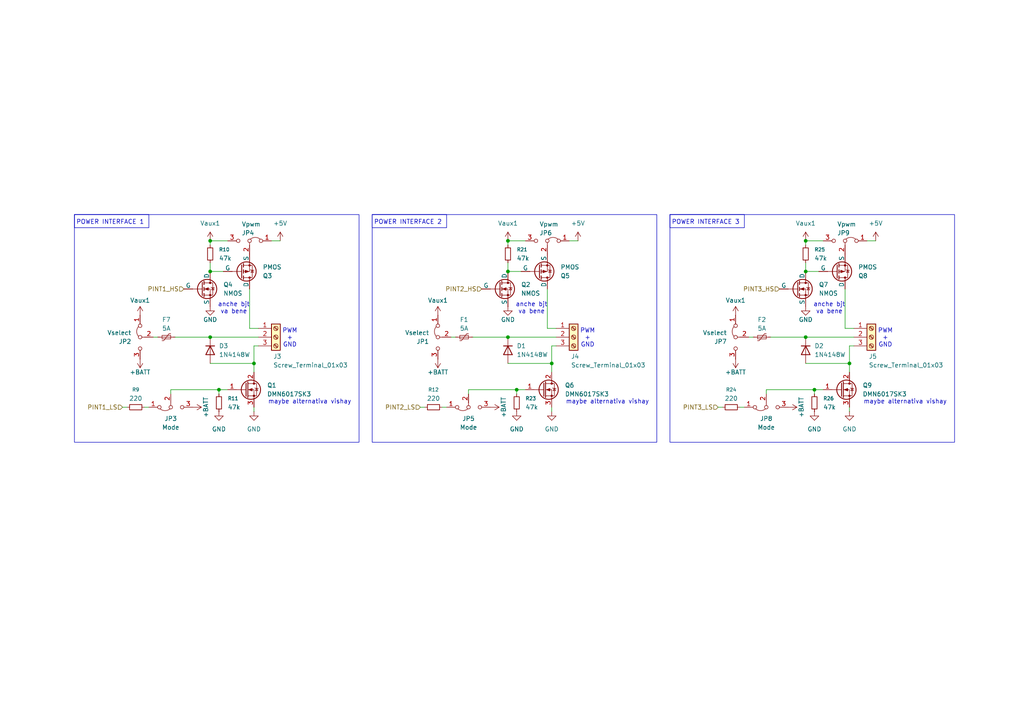
<source format=kicad_sch>
(kicad_sch (version 20250114) (generator "eeschema") (generator_version "9.0")
  (paper "A4")
  (title_block (title "Modulo Attuazione") (date "2025-11-28") (company "StarPi"))
  (lib_symbols
    (symbol "Connector:Screw_Terminal_01x03" (pin_names (offset 1.016) (hide yes))
      (property "Reference" "J" (at 0 5.08 0))
      (property "Value" "Screw_Terminal_01x03" (at 0 -5.08 0))
      (symbol "Screw_Terminal_01x03_1_1"
        (rectangle (start -1.27 3.81) (end 1.27 -3.81) (stroke (width 0.254)) (fill (type background)))
        (polyline (pts (xy -0.5334 2.8702) (xy 0.3302 2.032)) (stroke (width 0.1524)))
        (polyline (pts (xy -0.5334 0.3302) (xy 0.3302 -0.508)) (stroke (width 0.1524)))
        (polyline (pts (xy -0.5334 -2.2098) (xy 0.3302 -3.048)) (stroke (width 0.1524)))
        (polyline (pts (xy -0.3556 3.048) (xy 0.508 2.2098)) (stroke (width 0.1524)))
        (polyline (pts (xy -0.3556 0.508) (xy 0.508 -0.3302)) (stroke (width 0.1524)))
        (polyline (pts (xy -0.3556 -2.032) (xy 0.508 -2.8702)) (stroke (width 0.1524)))
        (circle (center 0 2.54) (radius 0.635) (stroke (width 0.1524)))
        (circle (center 0 0) (radius 0.635) (stroke (width 0.1524)))
        (circle (center 0 -2.54) (radius 0.635) (stroke (width 0.1524)))
        (pin passive line (at -5.08 2.54 0) (length 3.81) (name "Pin_1") (number "1"))
        (pin passive line (at -5.08 0 0) (length 3.81) (name "Pin_2") (number "2"))
        (pin passive line (at -5.08 -2.54 0) (length 3.81) (name "Pin_3") (number "3"))
      )
    )
    (symbol "Device:Polyfuse_Small" (pin_numbers (hide yes)) (pin_names (offset 0))
      (property "Reference" "F" (at -1.905 0 90))
      (property "Value" "Polyfuse_Small" (at 1.905 0 90))
      (symbol "Polyfuse_Small_0_1"
        (polyline (pts (xy -1.016 1.27) (xy -1.016 0.762) (xy 1.016 -0.762) (xy 1.016 -1.27)))
        (rectangle (start -0.508 1.27) (end 0.508 -1.27))
        (polyline (pts (xy 0 2.54) (xy 0 -2.54)))
      )
      (symbol "Polyfuse_Small_1_1"
        (pin passive line (at 0 2.54 270) (length 0.635) (name "~") (number "1"))
        (pin passive line (at 0 -2.54 90) (length 0.635) (name "~") (number "2"))
      )
    )
    (symbol "Device:R_Small" (pin_numbers (hide yes)) (pin_names (offset 0.254) (hide yes))
      (property "Reference" "R" (at 0 0 90))
      (property "Value" "R_Small" (at 1.778 0 90))
      (symbol "R_Small_0_1"
        (rectangle (start -0.762 1.778) (end 0.762 -1.778) (stroke (width 0.2032)))
      )
      (symbol "R_Small_1_1"
        (pin passive line (at 0 2.54 270) (length 0.762) (name "~") (number "1"))
        (pin passive line (at 0 -2.54 90) (length 0.762) (name "~") (number "2"))
      )
    )
    (symbol "Diode:1N4148W" (pin_numbers (hide yes)) (pin_names (hide yes))
      (property "Reference" "D" (at 0 2.54 0))
      (property "Value" "1N4148W" (at 0 -2.54 0))
      (symbol "1N4148W_0_1"
        (polyline (pts (xy -1.27 1.27) (xy -1.27 -1.27)) (stroke (width 0.254)))
        (polyline (pts (xy 1.27 1.27) (xy 1.27 -1.27) (xy -1.27 0) (xy 1.27 1.27)) (stroke (width 0.254)))
        (polyline (pts (xy 1.27 0) (xy -1.27 0)))
      )
      (symbol "1N4148W_1_1"
        (pin passive line (at -3.81 0 0) (length 2.54) (name "K") (number "1"))
        (pin passive line (at 3.81 0 180) (length 2.54) (name "A") (number "2"))
      )
    )
    (symbol "Jumper:Jumper_3_Bridged12" (pin_names (offset 0) (hide yes)) (in_bom no)
      (property "Reference" "JP" (at -2.54 -2.54 0))
      (property "Value" "Jumper_3_Bridged12" (at 0 2.794 0))
      (symbol "Jumper_3_Bridged12_0_0"
        (circle (center -3.302 0) (radius 0.508))
        (circle (center 0 0) (radius 0.508))
        (circle (center 3.302 0) (radius 0.508))
      )
      (symbol "Jumper_3_Bridged12_0_1"
        (arc (start -3.048 0.508) (mid -1.651 0.9912) (end -0.254 0.508))
        (polyline (pts (xy 0 -1.27) (xy 0 -0.508)))
      )
      (symbol "Jumper_3_Bridged12_1_1"
        (pin passive line (at -6.35 0 0) (length 2.54) (name "A") (number "1"))
        (pin passive line (at 0 -3.81 90) (length 2.54) (name "C") (number "2"))
        (pin passive line (at 6.35 0 180) (length 2.54) (name "B") (number "3"))
      )
    )
    (symbol "Simulation_SPICE:NMOS" (pin_numbers (hide yes)) (pin_names (offset 0))
      (property "Reference" "Q" (at 5.08 1.27 0))
      (property "Value" "NMOS" (at 5.08 -1.27 0))
      (symbol "NMOS_0_1"
        (polyline (pts (xy 0.254 1.905) (xy 0.254 -1.905)) (stroke (width 0.254)))
        (polyline (pts (xy 0.254 0) (xy -2.54 0)))
        (polyline (pts (xy 0.762 2.286) (xy 0.762 1.27)) (stroke (width 0.254)))
        (polyline (pts (xy 0.762 0.508) (xy 0.762 -0.508)) (stroke (width 0.254)))
        (polyline (pts (xy 0.762 -1.27) (xy 0.762 -2.286)) (stroke (width 0.254)))
        (polyline (pts (xy 0.762 -1.778) (xy 3.302 -1.778) (xy 3.302 1.778) (xy 0.762 1.778)))
        (polyline (pts (xy 1.016 0) (xy 2.032 0.381) (xy 2.032 -0.381) (xy 1.016 0)) (fill (type outline)))
        (circle (center 1.651 0) (radius 2.794) (stroke (width 0.254)))
        (polyline (pts (xy 2.54 2.54) (xy 2.54 1.778)))
        (circle (center 2.54 1.778) (radius 0.254) (fill (type outline)))
        (circle (center 2.54 -1.778) (radius 0.254) (fill (type outline)))
        (polyline (pts (xy 2.54 -2.54) (xy 2.54 0) (xy 0.762 0)))
        (polyline (pts (xy 2.794 0.508) (xy 2.921 0.381) (xy 3.683 0.381) (xy 3.81 0.254)))
        (polyline (pts (xy 3.302 0.381) (xy 2.921 -0.254) (xy 3.683 -0.254) (xy 3.302 0.381)))
      )
      (symbol "NMOS_1_1"
        (pin input line (at -5.08 0 0) (length 2.54) (name "G") (number "2"))
        (pin passive line (at 2.54 5.08 270) (length 2.54) (name "D") (number "1"))
        (pin passive line (at 2.54 -5.08 90) (length 2.54) (name "S") (number "3"))
      )
    )
    (symbol "Simulation_SPICE:PMOS" (pin_numbers (hide yes)) (pin_names (offset 0))
      (property "Reference" "Q" (at 5.08 1.27 0))
      (property "Value" "PMOS" (at 5.08 -1.27 0))
      (symbol "PMOS_0_1"
        (polyline (pts (xy 0.254 1.905) (xy 0.254 -1.905)) (stroke (width 0.254)))
        (polyline (pts (xy 0.254 0) (xy -2.54 0)))
        (polyline (pts (xy 0.762 2.286) (xy 0.762 1.27)) (stroke (width 0.254)))
        (polyline (pts (xy 0.762 1.778) (xy 3.302 1.778) (xy 3.302 -1.778) (xy 0.762 -1.778)))
        (polyline (pts (xy 0.762 0.508) (xy 0.762 -0.508)) (stroke (width 0.254)))
        (polyline (pts (xy 0.762 -1.27) (xy 0.762 -2.286)) (stroke (width 0.254)))
        (circle (center 1.651 0) (radius 2.794) (stroke (width 0.254)))
        (polyline (pts (xy 2.286 0) (xy 1.27 0.381) (xy 1.27 -0.381) (xy 2.286 0)) (fill (type outline)))
        (polyline (pts (xy 2.54 2.54) (xy 2.54 1.778)))
        (circle (center 2.54 1.778) (radius 0.254) (fill (type outline)))
        (circle (center 2.54 -1.778) (radius 0.254) (fill (type outline)))
        (polyline (pts (xy 2.54 -2.54) (xy 2.54 0) (xy 0.762 0)))
        (polyline (pts (xy 2.794 -0.508) (xy 2.921 -0.381) (xy 3.683 -0.381) (xy 3.81 -0.254)))
        (polyline (pts (xy 3.302 -0.381) (xy 2.921 0.254) (xy 3.683 0.254) (xy 3.302 -0.381)))
      )
      (symbol "PMOS_1_1"
        (pin input line (at -5.08 0 0) (length 2.54) (name "G") (number "2"))
        (pin passive line (at 2.54 5.08 270) (length 2.54) (name "D") (number "1"))
        (pin passive line (at 2.54 -5.08 90) (length 2.54) (name "S") (number "3"))
      )
    )
    (symbol "Transistor_FET_Other:Q_NMOS_Depletion_GDS" (pin_names (offset 0) (hide yes))
      (property "Reference" "Q" (at 5.08 1.905 0))
      (property "Value" "Q_NMOS_Depletion_GDS" (at 5.08 0 0))
      (symbol "Q_NMOS_Depletion_GDS_0_1"
        (polyline (pts (xy 0.254 1.905) (xy 0.254 -1.905)) (stroke (width 0.254)))
        (polyline (pts (xy 0.254 0) (xy -2.54 0)))
        (polyline (pts (xy 0.762 2.286) (xy 0.762 -2.286)) (stroke (width 0.254)))
        (polyline (pts (xy 0.762 -1.778) (xy 3.302 -1.778) (xy 3.302 1.778) (xy 0.762 1.778)))
        (polyline (pts (xy 1.016 0) (xy 2.032 0.381) (xy 2.032 -0.381) (xy 1.016 0)) (fill (type outline)))
        (circle (center 1.651 0) (radius 2.794) (stroke (width 0.254)))
        (polyline (pts (xy 2.54 2.54) (xy 2.54 1.778)))
        (circle (center 2.54 1.778) (radius 0.254) (fill (type outline)))
        (circle (center 2.54 -1.778) (radius 0.254) (fill (type outline)))
        (polyline (pts (xy 2.54 -2.54) (xy 2.54 0) (xy 0.762 0)))
        (polyline (pts (xy 2.794 0.508) (xy 2.921 0.381) (xy 3.683 0.381) (xy 3.81 0.254)))
        (polyline (pts (xy 3.302 0.381) (xy 2.921 -0.254) (xy 3.683 -0.254) (xy 3.302 0.381)))
      )
      (symbol "Q_NMOS_Depletion_GDS_1_1"
        (pin input line (at -5.08 0 0) (length 2.54) (name "G") (number "1"))
        (pin passive line (at 2.54 5.08 270) (length 2.54) (name "D") (number "2"))
        (pin passive line (at 2.54 -5.08 90) (length 2.54) (name "S") (number "3"))
      )
    )
    (symbol "power:+5V" (power) (pin_numbers (hide yes)) (pin_names (offset 0) (hide yes))
      (property "Value" "+5V" (at 0 3.556 0))
      (symbol "+5V_0_1"
        (polyline (pts (xy -0.762 1.27) (xy 0 2.54)))
        (polyline (pts (xy 0 2.54) (xy 0.762 1.27)))
        (polyline (pts (xy 0 0) (xy 0 2.54)))
      )
      (symbol "+5V_1_1"
        (pin power_in line (at 0 0 90) (length 0) (name "~") (number "1"))
      )
    )
    (symbol "power:+9V" (power) (pin_numbers (hide yes)) (pin_names (offset 0) (hide yes))
      (property "Value" "+9V" (at 0 3.556 0))
      (symbol "+9V_0_1"
        (polyline (pts (xy -0.762 1.27) (xy 0 2.54)))
        (polyline (pts (xy 0 2.54) (xy 0.762 1.27)))
        (polyline (pts (xy 0 0) (xy 0 2.54)))
      )
      (symbol "+9V_1_1"
        (pin power_in line (at 0 0 90) (length 0) (name "~") (number "1"))
      )
    )
    (symbol "power:+BATT" (power) (pin_numbers (hide yes)) (pin_names (offset 0) (hide yes))
      (property "Value" "+BATT" (at 0 3.556 0))
      (symbol "+BATT_0_1"
        (polyline (pts (xy -0.762 1.27) (xy 0 2.54)))
        (polyline (pts (xy 0 2.54) (xy 0.762 1.27)))
        (polyline (pts (xy 0 0) (xy 0 2.54)))
      )
      (symbol "+BATT_1_1"
        (pin power_in line (at 0 0 90) (length 0) (name "~") (number "1"))
      )
    )
    (symbol "power:GND" (power) (pin_numbers (hide yes)) (pin_names (offset 0) (hide yes))
      (property "Value" "GND" (at 0 -3.81 0))
      (symbol "GND_0_1"
        (polyline (pts (xy 0 0) (xy 0 -1.27) (xy 1.27 -1.27) (xy 0 -2.54) (xy -1.27 -1.27) (xy 0 -1.27)))
      )
      (symbol "GND_1_1"
        (pin power_in line (at 0 0 270) (length 0) (name "~") (number "1"))
      )
    )
  )
  (rectangle (start 21.59 62.23) (end 43.18 66.04))
  (rectangle (start 194.31 62.23) (end 215.9 66.04))
  (rectangle (start 107.95 62.23) (end 129.54 66.04))
  (rectangle (start 194.31 62.23) (end 276.86 128.27))
  (rectangle (start 107.95 62.23) (end 190.5 128.27))
  (rectangle (start 21.59 62.23) (end 104.14 128.27))
  (text "maybe alternativa vishay" (at 77.724 116.586 0) (effects (font (size 1.27 1.27)) (justify left)))
  (text "maybe alternativa vishay" (at 164.084 116.586 0) (effects (font (size 1.27 1.27)) (justify left)))
  (text "anche bjt\nva bene" (at 240.538 89.408 0) (effects (font (size 1.27 1.27))))
  (text "PWM\n+\nGND" (at 256.794 98.044 0) (effects (font (size 1.27 1.27))))
  (text "anche bjt\nva bene" (at 154.178 89.408 0) (effects (font (size 1.27 1.27))))
  (text "POWER INTERFACE 2" (at 108.458 64.516 0) (effects (font (size 1.27 1.27)) (justify left)))
  (text "POWER INTERFACE 3" (at 194.818 64.516 0) (effects (font (size 1.27 1.27)) (justify left)))
  (text "PWM\n+\nGND" (at 84.074 98.044 0) (effects (font (size 1.27 1.27))))
  (text "POWER INTERFACE 1" (at 22.098 64.516 0) (effects (font (size 1.27 1.27)) (justify left)))
  (text "anche bjt\nva bene" (at 67.818 89.408 0) (effects (font (size 1.27 1.27))))
  (text "maybe alternativa vishay" (at 250.444 116.586 0) (effects (font (size 1.27 1.27)) (justify left)))
  (text "PWM\n+\nGND" (at 170.434 98.044 0) (effects (font (size 1.27 1.27))))
  (junction (at 147.32 69.85))
  (junction (at 149.86 113.03))
  (junction (at 233.68 78.74))
  (junction (at 60.96 97.79))
  (junction (at 236.22 113.03))
  (junction (at 246.38 105.41))
  (junction (at 73.66 105.41))
  (junction (at 63.5 113.03))
  (junction (at 160.02 105.41))
  (junction (at 233.68 69.85))
  (junction (at 233.68 97.79))
  (junction (at 60.96 69.85))
  (junction (at 60.96 78.74))
  (junction (at 147.32 78.74))
  (junction (at 147.32 97.79))
  (wire (pts (xy 246.38 118.11) (xy 246.38 119.38)))
  (wire (pts (xy 158.75 83.82) (xy 158.75 95.25)))
  (wire (pts (xy 60.96 69.85) (xy 66.04 69.85)))
  (wire (pts (xy 137.16 97.79) (xy 147.32 97.79)))
  (wire (pts (xy 251.46 69.85) (xy 254 69.85)))
  (wire (pts (xy 72.39 95.25) (xy 74.93 95.25)))
  (wire (pts (xy 158.75 95.25) (xy 161.29 95.25)))
  (wire (pts (xy 149.86 113.03) (xy 152.4 113.03)))
  (wire (pts (xy 160.02 107.95) (xy 160.02 105.41)))
  (wire (pts (xy 222.25 113.03) (xy 236.22 113.03)))
  (wire (pts (xy 208.28 118.11) (xy 209.55 118.11)))
  (wire (pts (xy 135.89 114.3) (xy 135.89 113.03)))
  (wire (pts (xy 147.32 69.85) (xy 147.32 71.12)))
  (wire (pts (xy 236.22 114.3) (xy 236.22 113.03)))
  (wire (pts (xy 160.02 118.11) (xy 160.02 119.38)))
  (wire (pts (xy 237.49 78.74) (xy 233.68 78.74)))
  (wire (pts (xy 222.25 114.3) (xy 222.25 113.03)))
  (wire (pts (xy 151.13 78.74) (xy 147.32 78.74)))
  (wire (pts (xy 60.96 105.41) (xy 73.66 105.41)))
  (wire (pts (xy 63.5 113.03) (xy 66.04 113.03)))
  (wire (pts (xy 128.27 118.11) (xy 129.54 118.11)))
  (wire (pts (xy 78.74 69.85) (xy 81.28 69.85)))
  (wire (pts (xy 121.92 118.11) (xy 123.19 118.11)))
  (wire (pts (xy 149.86 114.3) (xy 149.86 113.03)))
  (wire (pts (xy 245.11 83.82) (xy 245.11 95.25)))
  (wire (pts (xy 165.1 69.85) (xy 167.64 69.85)))
  (wire (pts (xy 73.66 100.33) (xy 74.93 100.33)))
  (wire (pts (xy 50.8 97.79) (xy 60.96 97.79)))
  (wire (pts (xy 160.02 100.33) (xy 161.29 100.33)))
  (wire (pts (xy 60.96 76.2) (xy 60.96 78.74)))
  (wire (pts (xy 223.52 97.79) (xy 233.68 97.79)))
  (wire (pts (xy 233.68 97.79) (xy 247.65 97.79)))
  (wire (pts (xy 49.53 113.03) (xy 63.5 113.03)))
  (wire (pts (xy 147.32 76.2) (xy 147.32 78.74)))
  (wire (pts (xy 246.38 100.33) (xy 247.65 100.33)))
  (wire (pts (xy 73.66 118.11) (xy 73.66 119.38)))
  (wire (pts (xy 217.17 97.79) (xy 218.44 97.79)))
  (wire (pts (xy 60.96 97.79) (xy 74.93 97.79)))
  (wire (pts (xy 73.66 105.41) (xy 73.66 100.33)))
  (wire (pts (xy 135.89 113.03) (xy 149.86 113.03)))
  (wire (pts (xy 63.5 114.3) (xy 63.5 113.03)))
  (wire (pts (xy 130.81 97.79) (xy 132.08 97.79)))
  (wire (pts (xy 233.68 76.2) (xy 233.68 78.74)))
  (wire (pts (xy 214.63 118.11) (xy 215.9 118.11)))
  (wire (pts (xy 35.56 118.11) (xy 36.83 118.11)))
  (wire (pts (xy 147.32 105.41) (xy 160.02 105.41)))
  (wire (pts (xy 49.53 114.3) (xy 49.53 113.03)))
  (wire (pts (xy 245.11 95.25) (xy 247.65 95.25)))
  (wire (pts (xy 236.22 113.03) (xy 238.76 113.03)))
  (wire (pts (xy 64.77 78.74) (xy 60.96 78.74)))
  (wire (pts (xy 233.68 105.41) (xy 246.38 105.41)))
  (wire (pts (xy 147.32 69.85) (xy 152.4 69.85)))
  (wire (pts (xy 41.91 118.11) (xy 43.18 118.11)))
  (wire (pts (xy 60.96 69.85) (xy 60.96 71.12)))
  (wire (pts (xy 147.32 97.79) (xy 161.29 97.79)))
  (wire (pts (xy 44.45 97.79) (xy 45.72 97.79)))
  (wire (pts (xy 246.38 105.41) (xy 246.38 100.33)))
  (wire (pts (xy 73.66 107.95) (xy 73.66 105.41)))
  (wire (pts (xy 233.68 69.85) (xy 238.76 69.85)))
  (wire (pts (xy 246.38 107.95) (xy 246.38 105.41)))
  (wire (pts (xy 72.39 83.82) (xy 72.39 95.25)))
  (wire (pts (xy 160.02 105.41) (xy 160.02 100.33)))
  (wire (pts (xy 233.68 69.85) (xy 233.68 71.12)))
  (hierarchical_label "PINT2_HS" (shape input) (at 139.7 83.82 180))
  (hierarchical_label "PINT1_LS" (shape input) (at 35.56 118.11 180))
  (hierarchical_label "PINT3_HS" (shape input) (at 226.06 83.82 180))
  (hierarchical_label "PINT3_LS" (shape input) (at 208.28 118.11 180))
  (hierarchical_label "PINT2_LS" (shape input) (at 121.92 118.11 180))
  (hierarchical_label "PINT1_HS" (shape input) (at 53.34 83.82 180))
  (symbol (lib_id "Device:Polyfuse_Small") (at 220.98 97.79 90) (unit 1)
    (property "Reference" "F2" (at 220.98 92.71 90))
    (property "Value" "5A" (at 220.98 95.25 90))
    (property "Description" "Resettable fuse, polymeric positive temperature coefficient, small symbol" (effects (hide yes)))
  )
  (symbol (lib_id "Jumper:Jumper_3_Bridged12") (at 213.36 97.79 90) (mirror x) (unit 1) (in_bom no)
    (property "Reference" "JP7" (at 210.82 99.0601 90) (effects (justify left)))
    (property "Value" "Vselect" (at 210.82 96.5201 90) (effects (justify left)))
    (property "Description" "Jumper, 3-pole, pins 1+2 closed/bridged" (effects (hide yes)))
  )
  (symbol (lib_id "Jumper:Jumper_3_Bridged12") (at 135.89 118.11 0) (mirror x) (unit 1) (in_bom no)
    (property "Reference" "JP5" (at 135.89 121.412 0))
    (property "Value" "Mode" (at 135.89 123.952 0))
    (property "Description" "Jumper, 3-pole, pins 1+2 closed/bridged" (effects (hide yes)))
  )
  (symbol (lib_id "Device:R_Small") (at 236.22 116.84 180) (unit 1)
    (property "Reference" "R26" (at 238.76 115.5699 0) (effects (font (size 1.016 1.016)) (justify right)))
    (property "Value" "47k" (at 238.76 118.1099 0) (effects (justify right)))
    (property "Description" "Resistor, small symbol" (effects (hide yes)))
  )
  (symbol (lib_id "Diode:1N4148W") (at 60.96 101.6 270) (unit 1)
    (property "Reference" "D3" (at 63.5 100.3299 90) (effects (justify left)))
    (property "Value" "1N4148W" (at 63.5 102.8699 90) (effects (justify left)))
    (property "Footprint" "Diode_SMD:D_SOD-123" (effects (hide yes)))
    (property "Datasheet" "https://www.vishay.com/docs/85748/1n4148w.pdf" (effects (hide yes)))
    (property "Description" "75V 0.15A Fast Switching Diode, SOD-123" (effects (hide yes)))
    (property "Sim.Device" "D" (effects (hide yes)))
    (property "Sim.Pins" "1=K 2=A" (effects (hide yes)))
  )
  (symbol (lib_id "power:+BATT") (at 55.88 118.11 270) (unit 1)
    (property "Reference" "#PWR055" (effects (hide yes)))
    (property "Value" "+BATT" (at 59.69 118.11 0))
    (property "Description" "Power symbol creates a global label with name \"+BATT\"" (effects (hide yes)))
  )
  (symbol (lib_id "power:+5V") (at 81.28 69.85 0) (unit 1)
    (property "Reference" "#PWR057" (effects (hide yes)))
    (property "Value" "+5V" (at 81.28 64.77 0))
    (property "Description" "Power symbol creates a global label with name \"+5V\"" (effects (hide yes)))
  )
  (symbol (lib_id "Simulation_SPICE:PMOS") (at 156.21 78.74 0) (mirror x) (unit 1)
    (property "Reference" "Q5" (at 162.56 80.0101 0) (effects (justify left)))
    (property "Value" "PMOS" (at 162.56 77.4701 0) (effects (justify left)))
    (property "Datasheet" "https://ngspice.sourceforge.io/docs/ngspice-html-manual/manual.xhtml#cha_MOSFETs" (effects (hide yes)))
    (property "Description" "P-MOSFET transistor, drain/source/gate" (effects (hide yes)))
    (property "Sim.Device" "PMOS" (effects (hide yes)))
    (property "Sim.Type" "VDMOS" (effects (hide yes)))
    (property "Sim.Pins" "1=D 2=G 3=S" (effects (hide yes)))
  )
  (symbol (lib_id "Device:R_Small") (at 60.96 73.66 180) (unit 1)
    (property "Reference" "R10" (at 63.5 72.3899 0) (effects (font (size 1.016 1.016)) (justify right)))
    (property "Value" "47k" (at 63.5 74.9299 0) (effects (justify right)))
    (property "Description" "Resistor, small symbol" (effects (hide yes)))
  )
  (symbol (lib_id "Connector:Screw_Terminal_01x03") (at 80.01 97.79 0) (unit 1)
    (property "Reference" "J3" (at 79.248 103.378 0) (effects (justify left)))
    (property "Value" "Screw_Terminal_01x03" (at 79.248 105.918 0) (effects (justify left)))
    (property "Description" "Generic screw terminal, single row, 01x03, script generated (kicad-library-utils/schlib/autogen/connector/)" (effects (hide yes)))
  )
  (symbol (lib_id "power:GND") (at 246.38 119.38 0) (unit 1)
    (property "Reference" "#PWR060" (effects (hide yes)))
    (property "Value" "GND" (at 246.38 124.46 0))
    (property "Description" "Power symbol creates a global label with name \"GND\" , ground" (effects (hide yes)))
  )
  (symbol (lib_id "Jumper:Jumper_3_Bridged12") (at 245.11 69.85 0) (mirror y) (unit 1) (in_bom no)
    (property "Reference" "JP9" (at 242.824 67.564 0) (effects (justify right)))
    (property "Value" "Vpwm" (at 242.824 65.024 0) (effects (justify right)))
    (property "Description" "Jumper, 3-pole, pins 1+2 closed/bridged" (effects (hide yes)))
  )
  (symbol (lib_id "Device:R_Small") (at 149.86 116.84 180) (unit 1)
    (property "Reference" "R23" (at 152.4 115.5699 0) (effects (font (size 1.016 1.016)) (justify right)))
    (property "Value" "47k" (at 152.4 118.1099 0) (effects (justify right)))
    (property "Description" "Resistor, small symbol" (effects (hide yes)))
  )
  (symbol (lib_id "Simulation_SPICE:NMOS") (at 58.42 83.82 0) (unit 1)
    (property "Reference" "Q4" (at 64.77 82.5499 0) (effects (justify left)))
    (property "Value" "NMOS" (at 64.77 85.0899 0) (effects (justify left)))
    (property "Datasheet" "https://ngspice.sourceforge.io/docs/ngspice-html-manual/manual.xhtml#cha_MOSFETs" (effects (hide yes)))
    (property "Description" "N-MOSFET transistor, drain/source/gate" (effects (hide yes)))
    (property "Sim.Device" "NMOS" (effects (hide yes)))
    (property "Sim.Type" "VDMOS" (effects (hide yes)))
    (property "Sim.Pins" "1=D 2=G 3=S" (effects (hide yes)))
  )
  (symbol (lib_id "Transistor_FET_Other:Q_NMOS_Depletion_GDS") (at 71.12 113.03 0) (unit 1)
    (property "Reference" "Q1" (at 77.47 111.7599 0) (effects (justify left)))
    (property "Value" "DMN6017SK3" (at 77.47 114.2999 0) (effects (justify left)))
    (property "Description" "Depletion-mode N-channel MOSFET gate/drain/source" (effects (hide yes)))
  )
  (symbol (lib_id "power:+9V") (at 127 91.44 0) (unit 1)
    (property "Reference" "#PWR027" (effects (hide yes)))
    (property "Value" "Vaux1" (at 127 87.122 0))
    (property "Description" "Power symbol creates a global label with name \"+9V\"" (effects (hide yes)))
  )
  (symbol (lib_id "Jumper:Jumper_3_Bridged12") (at 158.75 69.85 0) (mirror y) (unit 1) (in_bom no)
    (property "Reference" "JP6" (at 156.464 67.564 0) (effects (justify right)))
    (property "Value" "Vpwm" (at 156.464 65.024 0) (effects (justify right)))
    (property "Description" "Jumper, 3-pole, pins 1+2 closed/bridged" (effects (hide yes)))
  )
  (symbol (lib_id "Jumper:Jumper_3_Bridged12") (at 127 97.79 90) (mirror x) (unit 1) (in_bom no)
    (property "Reference" "JP1" (at 124.46 99.0601 90) (effects (justify left)))
    (property "Value" "Vselect" (at 124.46 96.5201 90) (effects (justify left)))
    (property "Description" "Jumper, 3-pole, pins 1+2 closed/bridged" (effects (hide yes)))
  )
  (symbol (lib_id "power:GND") (at 233.68 88.9 0) (unit 1)
    (property "Reference" "#PWR058" (effects (hide yes)))
    (property "Value" "GND" (at 233.68 92.71 0))
    (property "Description" "Power symbol creates a global label with name \"GND\" , ground" (effects (hide yes)))
  )
  (symbol (lib_id "power:+BATT") (at 127 104.14 180) (unit 1)
    (property "Reference" "#PWR028" (effects (hide yes)))
    (property "Value" "+BATT" (at 127 107.95 0))
    (property "Description" "Power symbol creates a global label with name \"+BATT\"" (effects (hide yes)))
  )
  (symbol (lib_id "power:GND") (at 160.02 119.38 0) (unit 1)
    (property "Reference" "#PWR041" (effects (hide yes)))
    (property "Value" "GND" (at 160.02 124.46 0))
    (property "Description" "Power symbol creates a global label with name \"GND\" , ground" (effects (hide yes)))
  )
  (symbol (lib_id "Transistor_FET_Other:Q_NMOS_Depletion_GDS") (at 243.84 113.03 0) (unit 1)
    (property "Reference" "Q9" (at 250.19 111.7599 0) (effects (justify left)))
    (property "Value" "DMN6017SK3" (at 250.19 114.2999 0) (effects (justify left)))
    (property "Description" "Depletion-mode N-channel MOSFET gate/drain/source" (effects (hide yes)))
  )
  (symbol (lib_id "Simulation_SPICE:NMOS") (at 231.14 83.82 0) (unit 1)
    (property "Reference" "Q7" (at 237.49 82.5499 0) (effects (justify left)))
    (property "Value" "NMOS" (at 237.49 85.0899 0) (effects (justify left)))
    (property "Datasheet" "https://ngspice.sourceforge.io/docs/ngspice-html-manual/manual.xhtml#cha_MOSFETs" (effects (hide yes)))
    (property "Description" "N-MOSFET transistor, drain/source/gate" (effects (hide yes)))
    (property "Sim.Device" "NMOS" (effects (hide yes)))
    (property "Sim.Type" "VDMOS" (effects (hide yes)))
    (property "Sim.Pins" "1=D 2=G 3=S" (effects (hide yes)))
  )
  (symbol (lib_id "power:+BATT") (at 228.6 118.11 270) (unit 1)
    (property "Reference" "#PWR045" (effects (hide yes)))
    (property "Value" "+BATT" (at 232.41 118.11 0))
    (property "Description" "Power symbol creates a global label with name \"+BATT\"" (effects (hide yes)))
  )
  (symbol (lib_id "Device:R_Small") (at 212.09 118.11 90) (unit 1)
    (property "Reference" "R24" (at 212.09 113.03 90) (effects (font (size 1.016 1.016))))
    (property "Value" "220" (at 212.09 115.57 90))
    (property "Description" "Resistor, small symbol" (effects (hide yes)))
  )
  (symbol (lib_id "power:GND") (at 73.66 119.38 0) (unit 1)
    (property "Reference" "#PWR053" (effects (hide yes)))
    (property "Value" "GND" (at 73.66 124.46 0))
    (property "Description" "Power symbol creates a global label with name \"GND\" , ground" (effects (hide yes)))
  )
  (symbol (lib_id "power:+BATT") (at 213.36 104.14 180) (unit 1)
    (property "Reference" "#PWR044" (effects (hide yes)))
    (property "Value" "+BATT" (at 213.36 107.95 0))
    (property "Description" "Power symbol creates a global label with name \"+BATT\"" (effects (hide yes)))
  )
  (symbol (lib_id "Connector:Screw_Terminal_01x03") (at 166.37 97.79 0) (unit 1)
    (property "Reference" "J4" (at 165.608 103.378 0) (effects (justify left)))
    (property "Value" "Screw_Terminal_01x03" (at 165.608 105.918 0) (effects (justify left)))
    (property "Description" "Generic screw terminal, single row, 01x03, script generated (kicad-library-utils/schlib/autogen/connector/)" (effects (hide yes)))
  )
  (symbol (lib_id "Device:R_Small") (at 147.32 73.66 180) (unit 1)
    (property "Reference" "R21" (at 149.86 72.3899 0) (effects (font (size 1.016 1.016)) (justify right)))
    (property "Value" "47k" (at 149.86 74.9299 0) (effects (justify right)))
    (property "Description" "Resistor, small symbol" (effects (hide yes)))
  )
  (symbol (lib_id "Device:R_Small") (at 63.5 116.84 180) (unit 1)
    (property "Reference" "R11" (at 66.04 115.5699 0) (effects (font (size 1.016 1.016)) (justify right)))
    (property "Value" "47k" (at 66.04 118.1099 0) (effects (justify right)))
    (property "Description" "Resistor, small symbol" (effects (hide yes)))
  )
  (symbol (lib_id "Jumper:Jumper_3_Bridged12") (at 72.39 69.85 0) (mirror y) (unit 1) (in_bom no)
    (property "Reference" "JP4" (at 70.104 67.564 0) (effects (justify right)))
    (property "Value" "Vpwm" (at 70.104 65.024 0) (effects (justify right)))
    (property "Description" "Jumper, 3-pole, pins 1+2 closed/bridged" (effects (hide yes)))
  )
  (symbol (lib_id "power:GND") (at 60.96 88.9 0) (unit 1)
    (property "Reference" "#PWR052" (effects (hide yes)))
    (property "Value" "GND" (at 60.96 92.71 0))
    (property "Description" "Power symbol creates a global label with name \"GND\" , ground" (effects (hide yes)))
  )
  (symbol (lib_id "power:+9V") (at 233.68 69.85 0) (unit 1)
    (property "Reference" "#PWR046" (effects (hide yes)))
    (property "Value" "Vaux1" (at 233.68 64.77 0))
    (property "Description" "Power symbol creates a global label with name \"+9V\"" (effects (hide yes)))
  )
  (symbol (lib_id "Simulation_SPICE:PMOS") (at 69.85 78.74 0) (mirror x) (unit 1)
    (property "Reference" "Q3" (at 76.2 80.0101 0) (effects (justify left)))
    (property "Value" "PMOS" (at 76.2 77.4701 0) (effects (justify left)))
    (property "Datasheet" "https://ngspice.sourceforge.io/docs/ngspice-html-manual/manual.xhtml#cha_MOSFETs" (effects (hide yes)))
    (property "Description" "P-MOSFET transistor, drain/source/gate" (effects (hide yes)))
    (property "Sim.Device" "PMOS" (effects (hide yes)))
    (property "Sim.Type" "VDMOS" (effects (hide yes)))
    (property "Sim.Pins" "1=D 2=G 3=S" (effects (hide yes)))
  )
  (symbol (lib_id "power:+5V") (at 167.64 69.85 0) (unit 1)
    (property "Reference" "#PWR042" (effects (hide yes)))
    (property "Value" "+5V" (at 167.64 64.77 0))
    (property "Description" "Power symbol creates a global label with name \"+5V\"" (effects (hide yes)))
  )
  (symbol (lib_id "power:GND") (at 147.32 88.9 0) (unit 1)
    (property "Reference" "#PWR038" (effects (hide yes)))
    (property "Value" "GND" (at 147.32 92.71 0))
    (property "Description" "Power symbol creates a global label with name \"GND\" , ground" (effects (hide yes)))
  )
  (symbol (lib_id "Transistor_FET_Other:Q_NMOS_Depletion_GDS") (at 157.48 113.03 0) (unit 1)
    (property "Reference" "Q6" (at 163.83 111.7599 0) (effects (justify left)))
    (property "Value" "DMN6017SK3" (at 163.83 114.2999 0) (effects (justify left)))
    (property "Description" "Depletion-mode N-channel MOSFET gate/drain/source" (effects (hide yes)))
  )
  (symbol (lib_id "Jumper:Jumper_3_Bridged12") (at 40.64 97.79 90) (mirror x) (unit 1) (in_bom no)
    (property "Reference" "JP2" (at 38.1 99.0601 90) (effects (justify left)))
    (property "Value" "Vselect" (at 38.1 96.5201 90) (effects (justify left)))
    (property "Description" "Jumper, 3-pole, pins 1+2 closed/bridged" (effects (hide yes)))
  )
  (symbol (lib_id "Device:R_Small") (at 125.73 118.11 90) (unit 1)
    (property "Reference" "R12" (at 125.73 113.03 90) (effects (font (size 1.016 1.016))))
    (property "Value" "220" (at 125.73 115.57 90))
    (property "Description" "Resistor, small symbol" (effects (hide yes)))
  )
  (symbol (lib_id "power:+9V") (at 147.32 69.85 0) (unit 1)
    (property "Reference" "#PWR037" (effects (hide yes)))
    (property "Value" "Vaux1" (at 147.32 64.77 0))
    (property "Description" "Power symbol creates a global label with name \"+9V\"" (effects (hide yes)))
  )
  (symbol (lib_id "power:GND") (at 236.22 119.38 0) (unit 1)
    (property "Reference" "#PWR059" (effects (hide yes)))
    (property "Value" "GND" (at 236.22 124.46 0))
    (property "Description" "Power symbol creates a global label with name \"GND\" , ground" (effects (hide yes)))
  )
  (symbol (lib_id "Device:Polyfuse_Small") (at 134.62 97.79 90) (unit 1)
    (property "Reference" "F1" (at 134.62 92.71 90))
    (property "Value" "5A" (at 134.62 95.25 90))
    (property "Description" "Resettable fuse, polymeric positive temperature coefficient, small symbol" (effects (hide yes)))
  )
  (symbol (lib_id "Diode:1N4148W") (at 147.32 101.6 270) (unit 1)
    (property "Reference" "D1" (at 149.86 100.3299 90) (effects (justify left)))
    (property "Value" "1N4148W" (at 149.86 102.8699 90) (effects (justify left)))
    (property "Footprint" "Diode_SMD:D_SOD-123" (effects (hide yes)))
    (property "Datasheet" "https://www.vishay.com/docs/85748/1n4148w.pdf" (effects (hide yes)))
    (property "Description" "75V 0.15A Fast Switching Diode, SOD-123" (effects (hide yes)))
    (property "Sim.Device" "D" (effects (hide yes)))
    (property "Sim.Pins" "1=K 2=A" (effects (hide yes)))
  )
  (symbol (lib_id "power:+BATT") (at 40.64 104.14 180) (unit 1)
    (property "Reference" "#PWR050" (effects (hide yes)))
    (property "Value" "+BATT" (at 40.64 107.95 0))
    (property "Description" "Power symbol creates a global label with name \"+BATT\"" (effects (hide yes)))
  )
  (symbol (lib_id "power:+9V") (at 60.96 69.85 0) (unit 1)
    (property "Reference" "#PWR056" (effects (hide yes)))
    (property "Value" "Vaux1" (at 60.96 64.77 0))
    (property "Description" "Power symbol creates a global label with name \"+9V\"" (effects (hide yes)))
  )
  (symbol (lib_id "Device:Polyfuse_Small") (at 48.26 97.79 90) (unit 1)
    (property "Reference" "F7" (at 48.26 92.71 90))
    (property "Value" "5A" (at 48.26 95.25 90))
    (property "Description" "Resettable fuse, polymeric positive temperature coefficient, small symbol" (effects (hide yes)))
  )
  (symbol (lib_id "power:+BATT") (at 142.24 118.11 270) (unit 1)
    (property "Reference" "#PWR036" (effects (hide yes)))
    (property "Value" "+BATT" (at 146.05 118.11 0))
    (property "Description" "Power symbol creates a global label with name \"+BATT\"" (effects (hide yes)))
  )
  (symbol (lib_id "power:+5V") (at 254 69.85 0) (unit 1)
    (property "Reference" "#PWR061" (effects (hide yes)))
    (property "Value" "+5V" (at 254 64.77 0))
    (property "Description" "Power symbol creates a global label with name \"+5V\"" (effects (hide yes)))
  )
  (symbol (lib_id "power:+9V") (at 213.36 91.44 0) (unit 1)
    (property "Reference" "#PWR043" (effects (hide yes)))
    (property "Value" "Vaux1" (at 213.36 87.122 0))
    (property "Description" "Power symbol creates a global label with name \"+9V\"" (effects (hide yes)))
  )
  (symbol (lib_id "Jumper:Jumper_3_Bridged12") (at 222.25 118.11 0) (mirror x) (unit 1) (in_bom no)
    (property "Reference" "JP8" (at 222.25 121.412 0))
    (property "Value" "Mode" (at 222.25 123.952 0))
    (property "Description" "Jumper, 3-pole, pins 1+2 closed/bridged" (effects (hide yes)))
  )
  (symbol (lib_id "Diode:1N4148W") (at 233.68 101.6 270) (unit 1)
    (property "Reference" "D2" (at 236.22 100.3299 90) (effects (justify left)))
    (property "Value" "1N4148W" (at 236.22 102.8699 90) (effects (justify left)))
    (property "Footprint" "Diode_SMD:D_SOD-123" (effects (hide yes)))
    (property "Datasheet" "https://www.vishay.com/docs/85748/1n4148w.pdf" (effects (hide yes)))
    (property "Description" "75V 0.15A Fast Switching Diode, SOD-123" (effects (hide yes)))
    (property "Sim.Device" "D" (effects (hide yes)))
    (property "Sim.Pins" "1=K 2=A" (effects (hide yes)))
  )
  (symbol (lib_id "Device:R_Small") (at 39.37 118.11 90) (unit 1)
    (property "Reference" "R9" (at 39.37 113.03 90) (effects (font (size 1.016 1.016))))
    (property "Value" "220" (at 39.37 115.57 90))
    (property "Description" "Resistor, small symbol" (effects (hide yes)))
  )
  (symbol (lib_id "power:GND") (at 63.5 119.38 0) (unit 1)
    (property "Reference" "#PWR054" (effects (hide yes)))
    (property "Value" "GND" (at 63.5 124.46 0))
    (property "Description" "Power symbol creates a global label with name \"GND\" , ground" (effects (hide yes)))
  )
  (symbol (lib_id "Simulation_SPICE:PMOS") (at 242.57 78.74 0) (mirror x) (unit 1)
    (property "Reference" "Q8" (at 248.92 80.0101 0) (effects (justify left)))
    (property "Value" "PMOS" (at 248.92 77.4701 0) (effects (justify left)))
    (property "Datasheet" "https://ngspice.sourceforge.io/docs/ngspice-html-manual/manual.xhtml#cha_MOSFETs" (effects (hide yes)))
    (property "Description" "P-MOSFET transistor, drain/source/gate" (effects (hide yes)))
    (property "Sim.Device" "PMOS" (effects (hide yes)))
    (property "Sim.Type" "VDMOS" (effects (hide yes)))
    (property "Sim.Pins" "1=D 2=G 3=S" (effects (hide yes)))
  )
  (symbol (lib_id "power:GND") (at 149.86 119.38 0) (unit 1)
    (property "Reference" "#PWR040" (effects (hide yes)))
    (property "Value" "GND" (at 149.86 124.46 0))
    (property "Description" "Power symbol creates a global label with name \"GND\" , ground" (effects (hide yes)))
  )
  (symbol (lib_id "Device:R_Small") (at 233.68 73.66 180) (unit 1)
    (property "Reference" "R25" (at 236.22 72.3899 0) (effects (font (size 1.016 1.016)) (justify right)))
    (property "Value" "47k" (at 236.22 74.9299 0) (effects (justify right)))
    (property "Description" "Resistor, small symbol" (effects (hide yes)))
  )
  (symbol (lib_id "Simulation_SPICE:NMOS") (at 144.78 83.82 0) (unit 1)
    (property "Reference" "Q2" (at 151.13 82.5499 0) (effects (justify left)))
    (property "Value" "NMOS" (at 151.13 85.0899 0) (effects (justify left)))
    (property "Datasheet" "https://ngspice.sourceforge.io/docs/ngspice-html-manual/manual.xhtml#cha_MOSFETs" (effects (hide yes)))
    (property "Description" "N-MOSFET transistor, drain/source/gate" (effects (hide yes)))
    (property "Sim.Device" "NMOS" (effects (hide yes)))
    (property "Sim.Type" "VDMOS" (effects (hide yes)))
    (property "Sim.Pins" "1=D 2=G 3=S" (effects (hide yes)))
  )
  (symbol (lib_id "power:+9V") (at 40.64 91.44 0) (unit 1)
    (property "Reference" "#PWR051" (effects (hide yes)))
    (property "Value" "Vaux1" (at 40.64 87.122 0))
    (property "Description" "Power symbol creates a global label with name \"+9V\"" (effects (hide yes)))
  )
  (symbol (lib_id "Connector:Screw_Terminal_01x03") (at 252.73 97.79 0) (unit 1)
    (property "Reference" "J5" (at 251.968 103.378 0) (effects (justify left)))
    (property "Value" "Screw_Terminal_01x03" (at 251.968 105.918 0) (effects (justify left)))
    (property "Description" "Generic screw terminal, single row, 01x03, script generated (kicad-library-utils/schlib/autogen/connector/)" (effects (hide yes)))
  )
  (symbol (lib_id "Jumper:Jumper_3_Bridged12") (at 49.53 118.11 0) (mirror x) (unit 1) (in_bom no)
    (property "Reference" "JP3" (at 49.53 121.412 0))
    (property "Value" "Mode" (at 49.53 123.952 0))
    (property "Description" "Jumper, 3-pole, pins 1+2 closed/bridged" (effects (hide yes)))
  )
)
</source>
